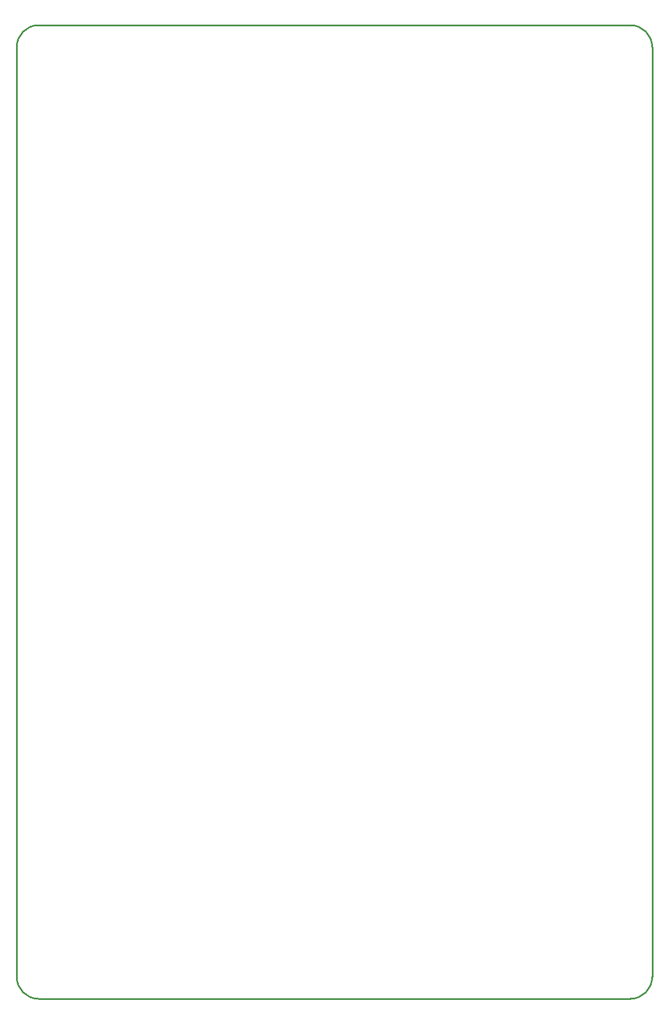
<source format=gko>
G04 Layer: BoardOutline*
G04 EasyEDA v5.9.42, Thu, 04 Apr 2019 19:27:21 GMT*
G04 a42c463e7e4844508e23aeb05d994216*
G04 Gerber Generator version 0.2*
G04 Scale: 100 percent, Rotated: No, Reflected: No *
G04 Dimensions in millimeters *
G04 leading zeros omitted , absolute positions ,3 integer and 3 decimal *
%FSLAX33Y33*%
%MOMM*%
G90*
G71D02*

%ADD10C,0.254000*%
G54D10*
G01X3200Y144000D02*
G01X90799Y144000D01*
G75*
G01X90800Y144000D02*
G02X94000Y140800I0J-3200D01*
G01*
G01X94000Y140799D02*
G01X94000Y3200D01*
G75*
G01X94000Y3201D02*
G02X90800Y1I-3200J0D01*
G01*
G01X90799Y0D02*
G01X3200Y0D01*
G75*
G01X3200Y1D02*
G02X0Y3201I0J3200D01*
G01*
G01X0Y3200D02*
G01X0Y140799D01*
G75*
G01X0Y140800D02*
G02X3200Y144000I3200J0D01*
G01*

%LPD*%
M00*
M02*

</source>
